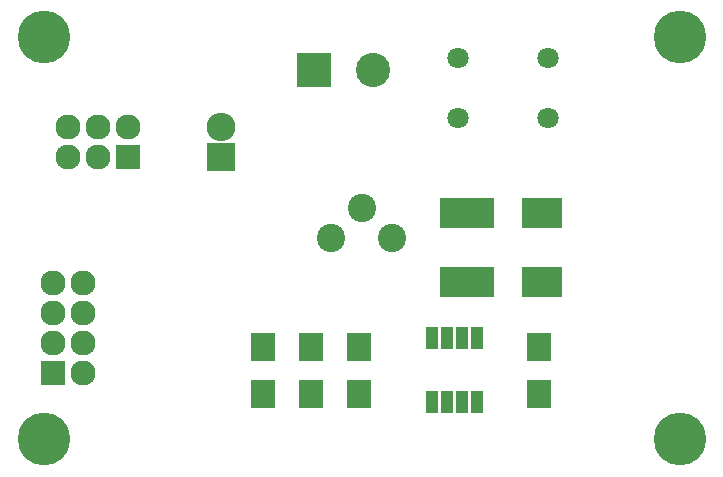
<source format=gts>
G04 #@! TF.FileFunction,Soldermask,Top*
%FSLAX46Y46*%
G04 Gerber Fmt 4.6, Leading zero omitted, Abs format (unit mm)*
G04 Created by KiCad (PCBNEW 4.0.3+e1-6302~38~ubuntu16.04.1-stable) date Mon Oct 24 21:46:35 2016*
%MOMM*%
%LPD*%
G01*
G04 APERTURE LIST*
%ADD10C,0.100000*%
%ADD11C,2.400000*%
%ADD12R,2.000000X2.400000*%
%ADD13R,1.000000X1.950000*%
%ADD14R,2.432000X2.432000*%
%ADD15O,2.432000X2.432000*%
%ADD16R,2.127200X2.127200*%
%ADD17O,2.127200X2.127200*%
%ADD18R,2.100000X2.400000*%
%ADD19C,1.797000*%
%ADD20R,2.900000X2.900000*%
%ADD21C,2.900000*%
%ADD22C,4.464000*%
%ADD23R,4.600000X2.600000*%
%ADD24R,3.400000X2.600000*%
G04 APERTURE END LIST*
D10*
D11*
X107432000Y-100012500D03*
X109982000Y-97487500D03*
X112532000Y-100012500D03*
D12*
X124968000Y-113252000D03*
X124968000Y-109252000D03*
X101600000Y-109252000D03*
X101600000Y-113252000D03*
D13*
X115951000Y-113952000D03*
X117221000Y-113952000D03*
X118491000Y-113952000D03*
X119761000Y-113952000D03*
X119761000Y-108552000D03*
X118491000Y-108552000D03*
X117221000Y-108552000D03*
X115951000Y-108552000D03*
D14*
X98044000Y-93218000D03*
D15*
X98044000Y-90678000D03*
D16*
X83820000Y-111506000D03*
D17*
X86360000Y-111506000D03*
X83820000Y-108966000D03*
X86360000Y-108966000D03*
X83820000Y-106426000D03*
X86360000Y-106426000D03*
X83820000Y-103886000D03*
X86360000Y-103886000D03*
D16*
X90170000Y-93218000D03*
D17*
X90170000Y-90678000D03*
X87630000Y-93218000D03*
X87630000Y-90678000D03*
X85090000Y-93218000D03*
X85090000Y-90678000D03*
D18*
X109728000Y-113252000D03*
X109728000Y-109252000D03*
X105664000Y-113252000D03*
X105664000Y-109252000D03*
D19*
X125730000Y-89916000D03*
X125730000Y-84836000D03*
X118110000Y-89916000D03*
X118110000Y-84836000D03*
D20*
X105918000Y-85852000D03*
D21*
X110918000Y-85852000D03*
D22*
X83058000Y-83058000D03*
X83058000Y-117094000D03*
X136906000Y-83058000D03*
X136906000Y-117094000D03*
D23*
X118872000Y-97938000D03*
X118872000Y-103738000D03*
D24*
X125222000Y-103738000D03*
X125222000Y-97938000D03*
M02*

</source>
